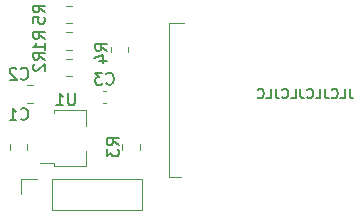
<source format=gbo>
G04 #@! TF.GenerationSoftware,KiCad,Pcbnew,(5.1.10)-1*
G04 #@! TF.CreationDate,2022-05-27T15:53:32+02:00*
G04 #@! TF.ProjectId,USB_RemoteControl_schematic,5553425f-5265-46d6-9f74-65436f6e7472,1*
G04 #@! TF.SameCoordinates,Original*
G04 #@! TF.FileFunction,Legend,Bot*
G04 #@! TF.FilePolarity,Positive*
%FSLAX46Y46*%
G04 Gerber Fmt 4.6, Leading zero omitted, Abs format (unit mm)*
G04 Created by KiCad (PCBNEW (5.1.10)-1) date 2022-05-27 15:53:32*
%MOMM*%
%LPD*%
G01*
G04 APERTURE LIST*
%ADD10C,0.152400*%
%ADD11C,0.120000*%
%ADD12C,0.150000*%
%ADD13R,1.000000X2.524000*%
%ADD14C,3.500000*%
%ADD15C,1.524000*%
%ADD16R,1.524000X1.524000*%
%ADD17R,1.300000X0.900000*%
%ADD18O,1.700000X1.700000*%
%ADD19R,1.700000X1.700000*%
G04 APERTURE END LIST*
D10*
X137504361Y-124054895D02*
X137504361Y-124635466D01*
X137543066Y-124751580D01*
X137620476Y-124828990D01*
X137736590Y-124867695D01*
X137814000Y-124867695D01*
X136730266Y-124867695D02*
X137117314Y-124867695D01*
X137117314Y-124054895D01*
X135994876Y-124790285D02*
X136033580Y-124828990D01*
X136149695Y-124867695D01*
X136227104Y-124867695D01*
X136343219Y-124828990D01*
X136420628Y-124751580D01*
X136459333Y-124674171D01*
X136498038Y-124519352D01*
X136498038Y-124403238D01*
X136459333Y-124248419D01*
X136420628Y-124171009D01*
X136343219Y-124093600D01*
X136227104Y-124054895D01*
X136149695Y-124054895D01*
X136033580Y-124093600D01*
X135994876Y-124132304D01*
X135414304Y-124054895D02*
X135414304Y-124635466D01*
X135453009Y-124751580D01*
X135530419Y-124828990D01*
X135646533Y-124867695D01*
X135723942Y-124867695D01*
X134640209Y-124867695D02*
X135027257Y-124867695D01*
X135027257Y-124054895D01*
X133904819Y-124790285D02*
X133943523Y-124828990D01*
X134059638Y-124867695D01*
X134137047Y-124867695D01*
X134253161Y-124828990D01*
X134330571Y-124751580D01*
X134369276Y-124674171D01*
X134407980Y-124519352D01*
X134407980Y-124403238D01*
X134369276Y-124248419D01*
X134330571Y-124171009D01*
X134253161Y-124093600D01*
X134137047Y-124054895D01*
X134059638Y-124054895D01*
X133943523Y-124093600D01*
X133904819Y-124132304D01*
X133324247Y-124054895D02*
X133324247Y-124635466D01*
X133362952Y-124751580D01*
X133440361Y-124828990D01*
X133556476Y-124867695D01*
X133633885Y-124867695D01*
X132550152Y-124867695D02*
X132937200Y-124867695D01*
X132937200Y-124054895D01*
X131814761Y-124790285D02*
X131853466Y-124828990D01*
X131969580Y-124867695D01*
X132046990Y-124867695D01*
X132163104Y-124828990D01*
X132240514Y-124751580D01*
X132279219Y-124674171D01*
X132317923Y-124519352D01*
X132317923Y-124403238D01*
X132279219Y-124248419D01*
X132240514Y-124171009D01*
X132163104Y-124093600D01*
X132046990Y-124054895D01*
X131969580Y-124054895D01*
X131853466Y-124093600D01*
X131814761Y-124132304D01*
X131234190Y-124054895D02*
X131234190Y-124635466D01*
X131272895Y-124751580D01*
X131350304Y-124828990D01*
X131466419Y-124867695D01*
X131543828Y-124867695D01*
X130460095Y-124867695D02*
X130847142Y-124867695D01*
X130847142Y-124054895D01*
X129724704Y-124790285D02*
X129763409Y-124828990D01*
X129879523Y-124867695D01*
X129956933Y-124867695D01*
X130073047Y-124828990D01*
X130150457Y-124751580D01*
X130189161Y-124674171D01*
X130227866Y-124519352D01*
X130227866Y-124403238D01*
X130189161Y-124248419D01*
X130150457Y-124171009D01*
X130073047Y-124093600D01*
X129956933Y-124054895D01*
X129879523Y-124054895D01*
X129763409Y-124093600D01*
X129724704Y-124132304D01*
D11*
X122250000Y-131500000D02*
X123250000Y-131500000D01*
X122250000Y-131500000D02*
X122250000Y-118500000D01*
X122250000Y-118500000D02*
X123500000Y-118500000D01*
X112440000Y-125890000D02*
X112440000Y-126120000D01*
X112440000Y-130610000D02*
X112440000Y-130380000D01*
X112440000Y-130610000D02*
X115160000Y-130610000D01*
X115160000Y-130610000D02*
X115160000Y-129300000D01*
X111300000Y-130380000D02*
X112440000Y-130380000D01*
X115160000Y-125890000D02*
X112440000Y-125890000D01*
X115160000Y-127200000D02*
X115160000Y-125890000D01*
X116603733Y-124240000D02*
X116896267Y-124240000D01*
X116603733Y-125260000D02*
X116896267Y-125260000D01*
X113522936Y-117015000D02*
X113977064Y-117015000D01*
X113522936Y-118485000D02*
X113977064Y-118485000D01*
X117265000Y-120977064D02*
X117265000Y-120522936D01*
X118735000Y-120977064D02*
X118735000Y-120522936D01*
X118265000Y-129227064D02*
X118265000Y-128772936D01*
X119735000Y-129227064D02*
X119735000Y-128772936D01*
X113977064Y-122985001D02*
X113522936Y-122985001D01*
X113977064Y-121515001D02*
X113522936Y-121515001D01*
X113977064Y-120735000D02*
X113522936Y-120735000D01*
X113977064Y-119265000D02*
X113522936Y-119265000D01*
X109670000Y-131670000D02*
X109670000Y-133000000D01*
X111000000Y-131670000D02*
X109670000Y-131670000D01*
X112270000Y-131670000D02*
X112270000Y-134330000D01*
X112270000Y-134330000D02*
X119950000Y-134330000D01*
X112270000Y-131670000D02*
X119950000Y-131670000D01*
X119950000Y-131670000D02*
X119950000Y-134330000D01*
X110723752Y-125235000D02*
X110201248Y-125235000D01*
X110723752Y-123765000D02*
X110201248Y-123765000D01*
X110235000Y-128701248D02*
X110235000Y-129223752D01*
X108765000Y-128701248D02*
X108765000Y-129223752D01*
D12*
X114261904Y-124452380D02*
X114261904Y-125261904D01*
X114214285Y-125357142D01*
X114166666Y-125404761D01*
X114071428Y-125452380D01*
X113880952Y-125452380D01*
X113785714Y-125404761D01*
X113738095Y-125357142D01*
X113690476Y-125261904D01*
X113690476Y-124452380D01*
X112690476Y-125452380D02*
X113261904Y-125452380D01*
X112976190Y-125452380D02*
X112976190Y-124452380D01*
X113071428Y-124595238D01*
X113166666Y-124690476D01*
X113261904Y-124738095D01*
X116916666Y-123607142D02*
X116964285Y-123654761D01*
X117107142Y-123702380D01*
X117202380Y-123702380D01*
X117345238Y-123654761D01*
X117440476Y-123559523D01*
X117488095Y-123464285D01*
X117535714Y-123273809D01*
X117535714Y-123130952D01*
X117488095Y-122940476D01*
X117440476Y-122845238D01*
X117345238Y-122750000D01*
X117202380Y-122702380D01*
X117107142Y-122702380D01*
X116964285Y-122750000D01*
X116916666Y-122797619D01*
X116583333Y-122702380D02*
X115964285Y-122702380D01*
X116297619Y-123083333D01*
X116154761Y-123083333D01*
X116059523Y-123130952D01*
X116011904Y-123178571D01*
X115964285Y-123273809D01*
X115964285Y-123511904D01*
X116011904Y-123607142D01*
X116059523Y-123654761D01*
X116154761Y-123702380D01*
X116440476Y-123702380D01*
X116535714Y-123654761D01*
X116583333Y-123607142D01*
X111702380Y-117583333D02*
X111226190Y-117250000D01*
X111702380Y-117011904D02*
X110702380Y-117011904D01*
X110702380Y-117392857D01*
X110750000Y-117488095D01*
X110797619Y-117535714D01*
X110892857Y-117583333D01*
X111035714Y-117583333D01*
X111130952Y-117535714D01*
X111178571Y-117488095D01*
X111226190Y-117392857D01*
X111226190Y-117011904D01*
X110702380Y-118488095D02*
X110702380Y-118011904D01*
X111178571Y-117964285D01*
X111130952Y-118011904D01*
X111083333Y-118107142D01*
X111083333Y-118345238D01*
X111130952Y-118440476D01*
X111178571Y-118488095D01*
X111273809Y-118535714D01*
X111511904Y-118535714D01*
X111607142Y-118488095D01*
X111654761Y-118440476D01*
X111702380Y-118345238D01*
X111702380Y-118107142D01*
X111654761Y-118011904D01*
X111607142Y-117964285D01*
X116952380Y-120833333D02*
X116476190Y-120500000D01*
X116952380Y-120261904D02*
X115952380Y-120261904D01*
X115952380Y-120642857D01*
X116000000Y-120738095D01*
X116047619Y-120785714D01*
X116142857Y-120833333D01*
X116285714Y-120833333D01*
X116380952Y-120785714D01*
X116428571Y-120738095D01*
X116476190Y-120642857D01*
X116476190Y-120261904D01*
X116285714Y-121690476D02*
X116952380Y-121690476D01*
X115904761Y-121452380D02*
X116619047Y-121214285D01*
X116619047Y-121833333D01*
X117952380Y-128833333D02*
X117476190Y-128500000D01*
X117952380Y-128261904D02*
X116952380Y-128261904D01*
X116952380Y-128642857D01*
X117000000Y-128738095D01*
X117047619Y-128785714D01*
X117142857Y-128833333D01*
X117285714Y-128833333D01*
X117380952Y-128785714D01*
X117428571Y-128738095D01*
X117476190Y-128642857D01*
X117476190Y-128261904D01*
X116952380Y-129166666D02*
X116952380Y-129785714D01*
X117333333Y-129452380D01*
X117333333Y-129595238D01*
X117380952Y-129690476D01*
X117428571Y-129738095D01*
X117523809Y-129785714D01*
X117761904Y-129785714D01*
X117857142Y-129738095D01*
X117904761Y-129690476D01*
X117952380Y-129595238D01*
X117952380Y-129309523D01*
X117904761Y-129214285D01*
X117857142Y-129166666D01*
X111702380Y-121583333D02*
X111226190Y-121250000D01*
X111702380Y-121011904D02*
X110702380Y-121011904D01*
X110702380Y-121392857D01*
X110750000Y-121488095D01*
X110797619Y-121535714D01*
X110892857Y-121583333D01*
X111035714Y-121583333D01*
X111130952Y-121535714D01*
X111178571Y-121488095D01*
X111226190Y-121392857D01*
X111226190Y-121011904D01*
X110797619Y-121964285D02*
X110750000Y-122011904D01*
X110702380Y-122107142D01*
X110702380Y-122345238D01*
X110750000Y-122440476D01*
X110797619Y-122488095D01*
X110892857Y-122535714D01*
X110988095Y-122535714D01*
X111130952Y-122488095D01*
X111702380Y-121916666D01*
X111702380Y-122535714D01*
X111702380Y-119833333D02*
X111226190Y-119500000D01*
X111702380Y-119261904D02*
X110702380Y-119261904D01*
X110702380Y-119642857D01*
X110750000Y-119738095D01*
X110797619Y-119785714D01*
X110892857Y-119833333D01*
X111035714Y-119833333D01*
X111130952Y-119785714D01*
X111178571Y-119738095D01*
X111226190Y-119642857D01*
X111226190Y-119261904D01*
X111702380Y-120785714D02*
X111702380Y-120214285D01*
X111702380Y-120500000D02*
X110702380Y-120500000D01*
X110845238Y-120404761D01*
X110940476Y-120309523D01*
X110988095Y-120214285D01*
X109666666Y-123177142D02*
X109714285Y-123224761D01*
X109857142Y-123272380D01*
X109952380Y-123272380D01*
X110095238Y-123224761D01*
X110190476Y-123129523D01*
X110238095Y-123034285D01*
X110285714Y-122843809D01*
X110285714Y-122700952D01*
X110238095Y-122510476D01*
X110190476Y-122415238D01*
X110095238Y-122320000D01*
X109952380Y-122272380D01*
X109857142Y-122272380D01*
X109714285Y-122320000D01*
X109666666Y-122367619D01*
X109285714Y-122367619D02*
X109238095Y-122320000D01*
X109142857Y-122272380D01*
X108904761Y-122272380D01*
X108809523Y-122320000D01*
X108761904Y-122367619D01*
X108714285Y-122462857D01*
X108714285Y-122558095D01*
X108761904Y-122700952D01*
X109333333Y-123272380D01*
X108714285Y-123272380D01*
X109666666Y-126607142D02*
X109714285Y-126654761D01*
X109857142Y-126702380D01*
X109952380Y-126702380D01*
X110095238Y-126654761D01*
X110190476Y-126559523D01*
X110238095Y-126464285D01*
X110285714Y-126273809D01*
X110285714Y-126130952D01*
X110238095Y-125940476D01*
X110190476Y-125845238D01*
X110095238Y-125750000D01*
X109952380Y-125702380D01*
X109857142Y-125702380D01*
X109714285Y-125750000D01*
X109666666Y-125797619D01*
X108714285Y-126702380D02*
X109285714Y-126702380D01*
X109000000Y-126702380D02*
X109000000Y-125702380D01*
X109095238Y-125845238D01*
X109190476Y-125940476D01*
X109285714Y-125988095D01*
%LPC*%
D13*
X142000000Y-131500000D03*
X140500000Y-131500000D03*
X139000000Y-131500000D03*
X136000000Y-131500000D03*
X137500000Y-131500000D03*
X134500000Y-131500000D03*
X131500000Y-131500000D03*
X127000000Y-131500000D03*
X125500000Y-131500000D03*
X133000000Y-131500000D03*
X128500000Y-131500000D03*
X130000000Y-131500000D03*
X124000000Y-131500000D03*
X130250000Y-118500000D03*
X128750000Y-118500000D03*
X133250000Y-118500000D03*
X125750000Y-118500000D03*
X127250000Y-118500000D03*
X131750000Y-118500000D03*
X134750000Y-118500000D03*
X137750000Y-118500000D03*
X136250000Y-118500000D03*
X140750000Y-118500000D03*
X139250000Y-118500000D03*
X142250000Y-118500000D03*
X124250000Y-118500000D03*
D14*
X103790000Y-118430000D03*
D15*
X106500000Y-124000000D03*
D16*
X106500000Y-128500000D03*
D14*
X103790000Y-131570000D03*
D15*
X106500000Y-126000000D03*
X106500000Y-121500000D03*
D10*
G36*
X115800000Y-129116500D02*
G01*
X112675000Y-129116500D01*
X112675000Y-128700000D01*
X111200000Y-128700000D01*
X111200000Y-127800000D01*
X112675000Y-127800000D01*
X112675000Y-127383500D01*
X115800000Y-127383500D01*
X115800000Y-129116500D01*
G37*
D17*
X111850000Y-126750000D03*
X111850000Y-129750000D03*
G36*
G01*
X117075000Y-124987500D02*
X117075000Y-124512500D01*
G75*
G02*
X117312500Y-124275000I237500J0D01*
G01*
X117912500Y-124275000D01*
G75*
G02*
X118150000Y-124512500I0J-237500D01*
G01*
X118150000Y-124987500D01*
G75*
G02*
X117912500Y-125225000I-237500J0D01*
G01*
X117312500Y-125225000D01*
G75*
G02*
X117075000Y-124987500I0J237500D01*
G01*
G37*
G36*
G01*
X115350000Y-124987500D02*
X115350000Y-124512500D01*
G75*
G02*
X115587500Y-124275000I237500J0D01*
G01*
X116187500Y-124275000D01*
G75*
G02*
X116425000Y-124512500I0J-237500D01*
G01*
X116425000Y-124987500D01*
G75*
G02*
X116187500Y-125225000I-237500J0D01*
G01*
X115587500Y-125225000D01*
G75*
G02*
X115350000Y-124987500I0J237500D01*
G01*
G37*
G36*
G01*
X114150000Y-118200001D02*
X114150000Y-117299999D01*
G75*
G02*
X114399999Y-117050000I249999J0D01*
G01*
X115100001Y-117050000D01*
G75*
G02*
X115350000Y-117299999I0J-249999D01*
G01*
X115350000Y-118200001D01*
G75*
G02*
X115100001Y-118450000I-249999J0D01*
G01*
X114399999Y-118450000D01*
G75*
G02*
X114150000Y-118200001I0J249999D01*
G01*
G37*
G36*
G01*
X112150000Y-118200001D02*
X112150000Y-117299999D01*
G75*
G02*
X112399999Y-117050000I249999J0D01*
G01*
X113100001Y-117050000D01*
G75*
G02*
X113350000Y-117299999I0J-249999D01*
G01*
X113350000Y-118200001D01*
G75*
G02*
X113100001Y-118450000I-249999J0D01*
G01*
X112399999Y-118450000D01*
G75*
G02*
X112150000Y-118200001I0J249999D01*
G01*
G37*
G36*
G01*
X118450001Y-120350000D02*
X117549999Y-120350000D01*
G75*
G02*
X117300000Y-120100001I0J249999D01*
G01*
X117300000Y-119399999D01*
G75*
G02*
X117549999Y-119150000I249999J0D01*
G01*
X118450001Y-119150000D01*
G75*
G02*
X118700000Y-119399999I0J-249999D01*
G01*
X118700000Y-120100001D01*
G75*
G02*
X118450001Y-120350000I-249999J0D01*
G01*
G37*
G36*
G01*
X118450001Y-122350000D02*
X117549999Y-122350000D01*
G75*
G02*
X117300000Y-122100001I0J249999D01*
G01*
X117300000Y-121399999D01*
G75*
G02*
X117549999Y-121150000I249999J0D01*
G01*
X118450001Y-121150000D01*
G75*
G02*
X118700000Y-121399999I0J-249999D01*
G01*
X118700000Y-122100001D01*
G75*
G02*
X118450001Y-122350000I-249999J0D01*
G01*
G37*
G36*
G01*
X119450001Y-128600000D02*
X118549999Y-128600000D01*
G75*
G02*
X118300000Y-128350001I0J249999D01*
G01*
X118300000Y-127649999D01*
G75*
G02*
X118549999Y-127400000I249999J0D01*
G01*
X119450001Y-127400000D01*
G75*
G02*
X119700000Y-127649999I0J-249999D01*
G01*
X119700000Y-128350001D01*
G75*
G02*
X119450001Y-128600000I-249999J0D01*
G01*
G37*
G36*
G01*
X119450001Y-130600000D02*
X118549999Y-130600000D01*
G75*
G02*
X118300000Y-130350001I0J249999D01*
G01*
X118300000Y-129649999D01*
G75*
G02*
X118549999Y-129400000I249999J0D01*
G01*
X119450001Y-129400000D01*
G75*
G02*
X119700000Y-129649999I0J-249999D01*
G01*
X119700000Y-130350001D01*
G75*
G02*
X119450001Y-130600000I-249999J0D01*
G01*
G37*
G36*
G01*
X113350000Y-121800000D02*
X113350000Y-122700002D01*
G75*
G02*
X113100001Y-122950001I-249999J0D01*
G01*
X112399999Y-122950001D01*
G75*
G02*
X112150000Y-122700002I0J249999D01*
G01*
X112150000Y-121800000D01*
G75*
G02*
X112399999Y-121550001I249999J0D01*
G01*
X113100001Y-121550001D01*
G75*
G02*
X113350000Y-121800000I0J-249999D01*
G01*
G37*
G36*
G01*
X115350000Y-121800000D02*
X115350000Y-122700002D01*
G75*
G02*
X115100001Y-122950001I-249999J0D01*
G01*
X114399999Y-122950001D01*
G75*
G02*
X114150000Y-122700002I0J249999D01*
G01*
X114150000Y-121800000D01*
G75*
G02*
X114399999Y-121550001I249999J0D01*
G01*
X115100001Y-121550001D01*
G75*
G02*
X115350000Y-121800000I0J-249999D01*
G01*
G37*
G36*
G01*
X113350000Y-119549999D02*
X113350000Y-120450001D01*
G75*
G02*
X113100001Y-120700000I-249999J0D01*
G01*
X112399999Y-120700000D01*
G75*
G02*
X112150000Y-120450001I0J249999D01*
G01*
X112150000Y-119549999D01*
G75*
G02*
X112399999Y-119300000I249999J0D01*
G01*
X113100001Y-119300000D01*
G75*
G02*
X113350000Y-119549999I0J-249999D01*
G01*
G37*
G36*
G01*
X115350000Y-119549999D02*
X115350000Y-120450001D01*
G75*
G02*
X115100001Y-120700000I-249999J0D01*
G01*
X114399999Y-120700000D01*
G75*
G02*
X114150000Y-120450001I0J249999D01*
G01*
X114150000Y-119549999D01*
G75*
G02*
X114399999Y-119300000I249999J0D01*
G01*
X115100001Y-119300000D01*
G75*
G02*
X115350000Y-119549999I0J-249999D01*
G01*
G37*
D18*
X118620000Y-133000000D03*
X116080000Y-133000000D03*
X113540000Y-133000000D03*
D19*
X111000000Y-133000000D03*
G36*
G01*
X110012500Y-124025000D02*
X110012500Y-124975000D01*
G75*
G02*
X109762500Y-125225000I-250000J0D01*
G01*
X109087500Y-125225000D01*
G75*
G02*
X108837500Y-124975000I0J250000D01*
G01*
X108837500Y-124025000D01*
G75*
G02*
X109087500Y-123775000I250000J0D01*
G01*
X109762500Y-123775000D01*
G75*
G02*
X110012500Y-124025000I0J-250000D01*
G01*
G37*
G36*
G01*
X112087500Y-124025000D02*
X112087500Y-124975000D01*
G75*
G02*
X111837500Y-125225000I-250000J0D01*
G01*
X111162500Y-125225000D01*
G75*
G02*
X110912500Y-124975000I0J250000D01*
G01*
X110912500Y-124025000D01*
G75*
G02*
X111162500Y-123775000I250000J0D01*
G01*
X111837500Y-123775000D01*
G75*
G02*
X112087500Y-124025000I0J-250000D01*
G01*
G37*
G36*
G01*
X109025000Y-129412500D02*
X109975000Y-129412500D01*
G75*
G02*
X110225000Y-129662500I0J-250000D01*
G01*
X110225000Y-130337500D01*
G75*
G02*
X109975000Y-130587500I-250000J0D01*
G01*
X109025000Y-130587500D01*
G75*
G02*
X108775000Y-130337500I0J250000D01*
G01*
X108775000Y-129662500D01*
G75*
G02*
X109025000Y-129412500I250000J0D01*
G01*
G37*
G36*
G01*
X109025000Y-127337500D02*
X109975000Y-127337500D01*
G75*
G02*
X110225000Y-127587500I0J-250000D01*
G01*
X110225000Y-128262500D01*
G75*
G02*
X109975000Y-128512500I-250000J0D01*
G01*
X109025000Y-128512500D01*
G75*
G02*
X108775000Y-128262500I0J250000D01*
G01*
X108775000Y-127587500D01*
G75*
G02*
X109025000Y-127337500I250000J0D01*
G01*
G37*
M02*

</source>
